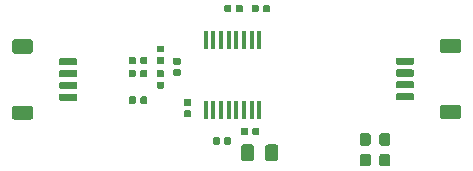
<source format=gtp>
G04 #@! TF.GenerationSoftware,KiCad,Pcbnew,(5.1.5-0)*
G04 #@! TF.CreationDate,2022-03-30T10:24:23-06:00*
G04 #@! TF.ProjectId,two-wire-single,74776f2d-7769-4726-952d-73696e676c65,rev?*
G04 #@! TF.SameCoordinates,Original*
G04 #@! TF.FileFunction,Paste,Top*
G04 #@! TF.FilePolarity,Positive*
%FSLAX46Y46*%
G04 Gerber Fmt 4.6, Leading zero omitted, Abs format (unit mm)*
G04 Created by KiCad (PCBNEW (5.1.5-0)) date 2022-03-30 10:24:23*
%MOMM*%
%LPD*%
G04 APERTURE LIST*
%ADD10C,0.100000*%
%ADD11R,0.450000X1.500000*%
G04 APERTURE END LIST*
D10*
G36*
X138299505Y-87101204D02*
G01*
X138323773Y-87104804D01*
X138347572Y-87110765D01*
X138370671Y-87119030D01*
X138392850Y-87129520D01*
X138413893Y-87142132D01*
X138433599Y-87156747D01*
X138451777Y-87173223D01*
X138468253Y-87191401D01*
X138482868Y-87211107D01*
X138495480Y-87232150D01*
X138505970Y-87254329D01*
X138514235Y-87277428D01*
X138520196Y-87301227D01*
X138523796Y-87325495D01*
X138525000Y-87349999D01*
X138525000Y-88050001D01*
X138523796Y-88074505D01*
X138520196Y-88098773D01*
X138514235Y-88122572D01*
X138505970Y-88145671D01*
X138495480Y-88167850D01*
X138482868Y-88188893D01*
X138468253Y-88208599D01*
X138451777Y-88226777D01*
X138433599Y-88243253D01*
X138413893Y-88257868D01*
X138392850Y-88270480D01*
X138370671Y-88280970D01*
X138347572Y-88289235D01*
X138323773Y-88295196D01*
X138299505Y-88298796D01*
X138275001Y-88300000D01*
X136974999Y-88300000D01*
X136950495Y-88298796D01*
X136926227Y-88295196D01*
X136902428Y-88289235D01*
X136879329Y-88280970D01*
X136857150Y-88270480D01*
X136836107Y-88257868D01*
X136816401Y-88243253D01*
X136798223Y-88226777D01*
X136781747Y-88208599D01*
X136767132Y-88188893D01*
X136754520Y-88167850D01*
X136744030Y-88145671D01*
X136735765Y-88122572D01*
X136729804Y-88098773D01*
X136726204Y-88074505D01*
X136725000Y-88050001D01*
X136725000Y-87349999D01*
X136726204Y-87325495D01*
X136729804Y-87301227D01*
X136735765Y-87277428D01*
X136744030Y-87254329D01*
X136754520Y-87232150D01*
X136767132Y-87211107D01*
X136781747Y-87191401D01*
X136798223Y-87173223D01*
X136816401Y-87156747D01*
X136836107Y-87142132D01*
X136857150Y-87129520D01*
X136879329Y-87119030D01*
X136902428Y-87110765D01*
X136926227Y-87104804D01*
X136950495Y-87101204D01*
X136974999Y-87100000D01*
X138275001Y-87100000D01*
X138299505Y-87101204D01*
G37*
G36*
X138299505Y-92701204D02*
G01*
X138323773Y-92704804D01*
X138347572Y-92710765D01*
X138370671Y-92719030D01*
X138392850Y-92729520D01*
X138413893Y-92742132D01*
X138433599Y-92756747D01*
X138451777Y-92773223D01*
X138468253Y-92791401D01*
X138482868Y-92811107D01*
X138495480Y-92832150D01*
X138505970Y-92854329D01*
X138514235Y-92877428D01*
X138520196Y-92901227D01*
X138523796Y-92925495D01*
X138525000Y-92949999D01*
X138525000Y-93650001D01*
X138523796Y-93674505D01*
X138520196Y-93698773D01*
X138514235Y-93722572D01*
X138505970Y-93745671D01*
X138495480Y-93767850D01*
X138482868Y-93788893D01*
X138468253Y-93808599D01*
X138451777Y-93826777D01*
X138433599Y-93843253D01*
X138413893Y-93857868D01*
X138392850Y-93870480D01*
X138370671Y-93880970D01*
X138347572Y-93889235D01*
X138323773Y-93895196D01*
X138299505Y-93898796D01*
X138275001Y-93900000D01*
X136974999Y-93900000D01*
X136950495Y-93898796D01*
X136926227Y-93895196D01*
X136902428Y-93889235D01*
X136879329Y-93880970D01*
X136857150Y-93870480D01*
X136836107Y-93857868D01*
X136816401Y-93843253D01*
X136798223Y-93826777D01*
X136781747Y-93808599D01*
X136767132Y-93788893D01*
X136754520Y-93767850D01*
X136744030Y-93745671D01*
X136735765Y-93722572D01*
X136729804Y-93698773D01*
X136726204Y-93674505D01*
X136725000Y-93650001D01*
X136725000Y-92949999D01*
X136726204Y-92925495D01*
X136729804Y-92901227D01*
X136735765Y-92877428D01*
X136744030Y-92854329D01*
X136754520Y-92832150D01*
X136767132Y-92811107D01*
X136781747Y-92791401D01*
X136798223Y-92773223D01*
X136816401Y-92756747D01*
X136836107Y-92742132D01*
X136857150Y-92729520D01*
X136879329Y-92719030D01*
X136902428Y-92710765D01*
X136926227Y-92704804D01*
X136950495Y-92701204D01*
X136974999Y-92700000D01*
X138275001Y-92700000D01*
X138299505Y-92701204D01*
G37*
G36*
X134389703Y-88700722D02*
G01*
X134404264Y-88702882D01*
X134418543Y-88706459D01*
X134432403Y-88711418D01*
X134445710Y-88717712D01*
X134458336Y-88725280D01*
X134470159Y-88734048D01*
X134481066Y-88743934D01*
X134490952Y-88754841D01*
X134499720Y-88766664D01*
X134507288Y-88779290D01*
X134513582Y-88792597D01*
X134518541Y-88806457D01*
X134522118Y-88820736D01*
X134524278Y-88835297D01*
X134525000Y-88850000D01*
X134525000Y-89150000D01*
X134524278Y-89164703D01*
X134522118Y-89179264D01*
X134518541Y-89193543D01*
X134513582Y-89207403D01*
X134507288Y-89220710D01*
X134499720Y-89233336D01*
X134490952Y-89245159D01*
X134481066Y-89256066D01*
X134470159Y-89265952D01*
X134458336Y-89274720D01*
X134445710Y-89282288D01*
X134432403Y-89288582D01*
X134418543Y-89293541D01*
X134404264Y-89297118D01*
X134389703Y-89299278D01*
X134375000Y-89300000D01*
X133125000Y-89300000D01*
X133110297Y-89299278D01*
X133095736Y-89297118D01*
X133081457Y-89293541D01*
X133067597Y-89288582D01*
X133054290Y-89282288D01*
X133041664Y-89274720D01*
X133029841Y-89265952D01*
X133018934Y-89256066D01*
X133009048Y-89245159D01*
X133000280Y-89233336D01*
X132992712Y-89220710D01*
X132986418Y-89207403D01*
X132981459Y-89193543D01*
X132977882Y-89179264D01*
X132975722Y-89164703D01*
X132975000Y-89150000D01*
X132975000Y-88850000D01*
X132975722Y-88835297D01*
X132977882Y-88820736D01*
X132981459Y-88806457D01*
X132986418Y-88792597D01*
X132992712Y-88779290D01*
X133000280Y-88766664D01*
X133009048Y-88754841D01*
X133018934Y-88743934D01*
X133029841Y-88734048D01*
X133041664Y-88725280D01*
X133054290Y-88717712D01*
X133067597Y-88711418D01*
X133081457Y-88706459D01*
X133095736Y-88702882D01*
X133110297Y-88700722D01*
X133125000Y-88700000D01*
X134375000Y-88700000D01*
X134389703Y-88700722D01*
G37*
G36*
X134389703Y-89700722D02*
G01*
X134404264Y-89702882D01*
X134418543Y-89706459D01*
X134432403Y-89711418D01*
X134445710Y-89717712D01*
X134458336Y-89725280D01*
X134470159Y-89734048D01*
X134481066Y-89743934D01*
X134490952Y-89754841D01*
X134499720Y-89766664D01*
X134507288Y-89779290D01*
X134513582Y-89792597D01*
X134518541Y-89806457D01*
X134522118Y-89820736D01*
X134524278Y-89835297D01*
X134525000Y-89850000D01*
X134525000Y-90150000D01*
X134524278Y-90164703D01*
X134522118Y-90179264D01*
X134518541Y-90193543D01*
X134513582Y-90207403D01*
X134507288Y-90220710D01*
X134499720Y-90233336D01*
X134490952Y-90245159D01*
X134481066Y-90256066D01*
X134470159Y-90265952D01*
X134458336Y-90274720D01*
X134445710Y-90282288D01*
X134432403Y-90288582D01*
X134418543Y-90293541D01*
X134404264Y-90297118D01*
X134389703Y-90299278D01*
X134375000Y-90300000D01*
X133125000Y-90300000D01*
X133110297Y-90299278D01*
X133095736Y-90297118D01*
X133081457Y-90293541D01*
X133067597Y-90288582D01*
X133054290Y-90282288D01*
X133041664Y-90274720D01*
X133029841Y-90265952D01*
X133018934Y-90256066D01*
X133009048Y-90245159D01*
X133000280Y-90233336D01*
X132992712Y-90220710D01*
X132986418Y-90207403D01*
X132981459Y-90193543D01*
X132977882Y-90179264D01*
X132975722Y-90164703D01*
X132975000Y-90150000D01*
X132975000Y-89850000D01*
X132975722Y-89835297D01*
X132977882Y-89820736D01*
X132981459Y-89806457D01*
X132986418Y-89792597D01*
X132992712Y-89779290D01*
X133000280Y-89766664D01*
X133009048Y-89754841D01*
X133018934Y-89743934D01*
X133029841Y-89734048D01*
X133041664Y-89725280D01*
X133054290Y-89717712D01*
X133067597Y-89711418D01*
X133081457Y-89706459D01*
X133095736Y-89702882D01*
X133110297Y-89700722D01*
X133125000Y-89700000D01*
X134375000Y-89700000D01*
X134389703Y-89700722D01*
G37*
G36*
X134389703Y-90700722D02*
G01*
X134404264Y-90702882D01*
X134418543Y-90706459D01*
X134432403Y-90711418D01*
X134445710Y-90717712D01*
X134458336Y-90725280D01*
X134470159Y-90734048D01*
X134481066Y-90743934D01*
X134490952Y-90754841D01*
X134499720Y-90766664D01*
X134507288Y-90779290D01*
X134513582Y-90792597D01*
X134518541Y-90806457D01*
X134522118Y-90820736D01*
X134524278Y-90835297D01*
X134525000Y-90850000D01*
X134525000Y-91150000D01*
X134524278Y-91164703D01*
X134522118Y-91179264D01*
X134518541Y-91193543D01*
X134513582Y-91207403D01*
X134507288Y-91220710D01*
X134499720Y-91233336D01*
X134490952Y-91245159D01*
X134481066Y-91256066D01*
X134470159Y-91265952D01*
X134458336Y-91274720D01*
X134445710Y-91282288D01*
X134432403Y-91288582D01*
X134418543Y-91293541D01*
X134404264Y-91297118D01*
X134389703Y-91299278D01*
X134375000Y-91300000D01*
X133125000Y-91300000D01*
X133110297Y-91299278D01*
X133095736Y-91297118D01*
X133081457Y-91293541D01*
X133067597Y-91288582D01*
X133054290Y-91282288D01*
X133041664Y-91274720D01*
X133029841Y-91265952D01*
X133018934Y-91256066D01*
X133009048Y-91245159D01*
X133000280Y-91233336D01*
X132992712Y-91220710D01*
X132986418Y-91207403D01*
X132981459Y-91193543D01*
X132977882Y-91179264D01*
X132975722Y-91164703D01*
X132975000Y-91150000D01*
X132975000Y-90850000D01*
X132975722Y-90835297D01*
X132977882Y-90820736D01*
X132981459Y-90806457D01*
X132986418Y-90792597D01*
X132992712Y-90779290D01*
X133000280Y-90766664D01*
X133009048Y-90754841D01*
X133018934Y-90743934D01*
X133029841Y-90734048D01*
X133041664Y-90725280D01*
X133054290Y-90717712D01*
X133067597Y-90711418D01*
X133081457Y-90706459D01*
X133095736Y-90702882D01*
X133110297Y-90700722D01*
X133125000Y-90700000D01*
X134375000Y-90700000D01*
X134389703Y-90700722D01*
G37*
G36*
X134389703Y-91700722D02*
G01*
X134404264Y-91702882D01*
X134418543Y-91706459D01*
X134432403Y-91711418D01*
X134445710Y-91717712D01*
X134458336Y-91725280D01*
X134470159Y-91734048D01*
X134481066Y-91743934D01*
X134490952Y-91754841D01*
X134499720Y-91766664D01*
X134507288Y-91779290D01*
X134513582Y-91792597D01*
X134518541Y-91806457D01*
X134522118Y-91820736D01*
X134524278Y-91835297D01*
X134525000Y-91850000D01*
X134525000Y-92150000D01*
X134524278Y-92164703D01*
X134522118Y-92179264D01*
X134518541Y-92193543D01*
X134513582Y-92207403D01*
X134507288Y-92220710D01*
X134499720Y-92233336D01*
X134490952Y-92245159D01*
X134481066Y-92256066D01*
X134470159Y-92265952D01*
X134458336Y-92274720D01*
X134445710Y-92282288D01*
X134432403Y-92288582D01*
X134418543Y-92293541D01*
X134404264Y-92297118D01*
X134389703Y-92299278D01*
X134375000Y-92300000D01*
X133125000Y-92300000D01*
X133110297Y-92299278D01*
X133095736Y-92297118D01*
X133081457Y-92293541D01*
X133067597Y-92288582D01*
X133054290Y-92282288D01*
X133041664Y-92274720D01*
X133029841Y-92265952D01*
X133018934Y-92256066D01*
X133009048Y-92245159D01*
X133000280Y-92233336D01*
X132992712Y-92220710D01*
X132986418Y-92207403D01*
X132981459Y-92193543D01*
X132977882Y-92179264D01*
X132975722Y-92164703D01*
X132975000Y-92150000D01*
X132975000Y-91850000D01*
X132975722Y-91835297D01*
X132977882Y-91820736D01*
X132981459Y-91806457D01*
X132986418Y-91792597D01*
X132992712Y-91779290D01*
X133000280Y-91766664D01*
X133009048Y-91754841D01*
X133018934Y-91743934D01*
X133029841Y-91734048D01*
X133041664Y-91725280D01*
X133054290Y-91717712D01*
X133067597Y-91711418D01*
X133081457Y-91706459D01*
X133095736Y-91702882D01*
X133110297Y-91700722D01*
X133125000Y-91700000D01*
X134375000Y-91700000D01*
X134389703Y-91700722D01*
G37*
G36*
X130660779Y-95101144D02*
G01*
X130683834Y-95104563D01*
X130706443Y-95110227D01*
X130728387Y-95118079D01*
X130749457Y-95128044D01*
X130769448Y-95140026D01*
X130788168Y-95153910D01*
X130805438Y-95169562D01*
X130821090Y-95186832D01*
X130834974Y-95205552D01*
X130846956Y-95225543D01*
X130856921Y-95246613D01*
X130864773Y-95268557D01*
X130870437Y-95291166D01*
X130873856Y-95314221D01*
X130875000Y-95337500D01*
X130875000Y-95912500D01*
X130873856Y-95935779D01*
X130870437Y-95958834D01*
X130864773Y-95981443D01*
X130856921Y-96003387D01*
X130846956Y-96024457D01*
X130834974Y-96044448D01*
X130821090Y-96063168D01*
X130805438Y-96080438D01*
X130788168Y-96096090D01*
X130769448Y-96109974D01*
X130749457Y-96121956D01*
X130728387Y-96131921D01*
X130706443Y-96139773D01*
X130683834Y-96145437D01*
X130660779Y-96148856D01*
X130637500Y-96150000D01*
X130162500Y-96150000D01*
X130139221Y-96148856D01*
X130116166Y-96145437D01*
X130093557Y-96139773D01*
X130071613Y-96131921D01*
X130050543Y-96121956D01*
X130030552Y-96109974D01*
X130011832Y-96096090D01*
X129994562Y-96080438D01*
X129978910Y-96063168D01*
X129965026Y-96044448D01*
X129953044Y-96024457D01*
X129943079Y-96003387D01*
X129935227Y-95981443D01*
X129929563Y-95958834D01*
X129926144Y-95935779D01*
X129925000Y-95912500D01*
X129925000Y-95337500D01*
X129926144Y-95314221D01*
X129929563Y-95291166D01*
X129935227Y-95268557D01*
X129943079Y-95246613D01*
X129953044Y-95225543D01*
X129965026Y-95205552D01*
X129978910Y-95186832D01*
X129994562Y-95169562D01*
X130011832Y-95153910D01*
X130030552Y-95140026D01*
X130050543Y-95128044D01*
X130071613Y-95118079D01*
X130093557Y-95110227D01*
X130116166Y-95104563D01*
X130139221Y-95101144D01*
X130162500Y-95100000D01*
X130637500Y-95100000D01*
X130660779Y-95101144D01*
G37*
G36*
X130660779Y-96851144D02*
G01*
X130683834Y-96854563D01*
X130706443Y-96860227D01*
X130728387Y-96868079D01*
X130749457Y-96878044D01*
X130769448Y-96890026D01*
X130788168Y-96903910D01*
X130805438Y-96919562D01*
X130821090Y-96936832D01*
X130834974Y-96955552D01*
X130846956Y-96975543D01*
X130856921Y-96996613D01*
X130864773Y-97018557D01*
X130870437Y-97041166D01*
X130873856Y-97064221D01*
X130875000Y-97087500D01*
X130875000Y-97662500D01*
X130873856Y-97685779D01*
X130870437Y-97708834D01*
X130864773Y-97731443D01*
X130856921Y-97753387D01*
X130846956Y-97774457D01*
X130834974Y-97794448D01*
X130821090Y-97813168D01*
X130805438Y-97830438D01*
X130788168Y-97846090D01*
X130769448Y-97859974D01*
X130749457Y-97871956D01*
X130728387Y-97881921D01*
X130706443Y-97889773D01*
X130683834Y-97895437D01*
X130660779Y-97898856D01*
X130637500Y-97900000D01*
X130162500Y-97900000D01*
X130139221Y-97898856D01*
X130116166Y-97895437D01*
X130093557Y-97889773D01*
X130071613Y-97881921D01*
X130050543Y-97871956D01*
X130030552Y-97859974D01*
X130011832Y-97846090D01*
X129994562Y-97830438D01*
X129978910Y-97813168D01*
X129965026Y-97794448D01*
X129953044Y-97774457D01*
X129943079Y-97753387D01*
X129935227Y-97731443D01*
X129929563Y-97708834D01*
X129926144Y-97685779D01*
X129925000Y-97662500D01*
X129925000Y-97087500D01*
X129926144Y-97064221D01*
X129929563Y-97041166D01*
X129935227Y-97018557D01*
X129943079Y-96996613D01*
X129953044Y-96975543D01*
X129965026Y-96955552D01*
X129978910Y-96936832D01*
X129994562Y-96919562D01*
X130011832Y-96903910D01*
X130030552Y-96890026D01*
X130050543Y-96878044D01*
X130071613Y-96868079D01*
X130093557Y-96860227D01*
X130116166Y-96854563D01*
X130139221Y-96851144D01*
X130162500Y-96850000D01*
X130637500Y-96850000D01*
X130660779Y-96851144D01*
G37*
G36*
X132310779Y-95101144D02*
G01*
X132333834Y-95104563D01*
X132356443Y-95110227D01*
X132378387Y-95118079D01*
X132399457Y-95128044D01*
X132419448Y-95140026D01*
X132438168Y-95153910D01*
X132455438Y-95169562D01*
X132471090Y-95186832D01*
X132484974Y-95205552D01*
X132496956Y-95225543D01*
X132506921Y-95246613D01*
X132514773Y-95268557D01*
X132520437Y-95291166D01*
X132523856Y-95314221D01*
X132525000Y-95337500D01*
X132525000Y-95912500D01*
X132523856Y-95935779D01*
X132520437Y-95958834D01*
X132514773Y-95981443D01*
X132506921Y-96003387D01*
X132496956Y-96024457D01*
X132484974Y-96044448D01*
X132471090Y-96063168D01*
X132455438Y-96080438D01*
X132438168Y-96096090D01*
X132419448Y-96109974D01*
X132399457Y-96121956D01*
X132378387Y-96131921D01*
X132356443Y-96139773D01*
X132333834Y-96145437D01*
X132310779Y-96148856D01*
X132287500Y-96150000D01*
X131812500Y-96150000D01*
X131789221Y-96148856D01*
X131766166Y-96145437D01*
X131743557Y-96139773D01*
X131721613Y-96131921D01*
X131700543Y-96121956D01*
X131680552Y-96109974D01*
X131661832Y-96096090D01*
X131644562Y-96080438D01*
X131628910Y-96063168D01*
X131615026Y-96044448D01*
X131603044Y-96024457D01*
X131593079Y-96003387D01*
X131585227Y-95981443D01*
X131579563Y-95958834D01*
X131576144Y-95935779D01*
X131575000Y-95912500D01*
X131575000Y-95337500D01*
X131576144Y-95314221D01*
X131579563Y-95291166D01*
X131585227Y-95268557D01*
X131593079Y-95246613D01*
X131603044Y-95225543D01*
X131615026Y-95205552D01*
X131628910Y-95186832D01*
X131644562Y-95169562D01*
X131661832Y-95153910D01*
X131680552Y-95140026D01*
X131700543Y-95128044D01*
X131721613Y-95118079D01*
X131743557Y-95110227D01*
X131766166Y-95104563D01*
X131789221Y-95101144D01*
X131812500Y-95100000D01*
X132287500Y-95100000D01*
X132310779Y-95101144D01*
G37*
G36*
X132310779Y-96851144D02*
G01*
X132333834Y-96854563D01*
X132356443Y-96860227D01*
X132378387Y-96868079D01*
X132399457Y-96878044D01*
X132419448Y-96890026D01*
X132438168Y-96903910D01*
X132455438Y-96919562D01*
X132471090Y-96936832D01*
X132484974Y-96955552D01*
X132496956Y-96975543D01*
X132506921Y-96996613D01*
X132514773Y-97018557D01*
X132520437Y-97041166D01*
X132523856Y-97064221D01*
X132525000Y-97087500D01*
X132525000Y-97662500D01*
X132523856Y-97685779D01*
X132520437Y-97708834D01*
X132514773Y-97731443D01*
X132506921Y-97753387D01*
X132496956Y-97774457D01*
X132484974Y-97794448D01*
X132471090Y-97813168D01*
X132455438Y-97830438D01*
X132438168Y-97846090D01*
X132419448Y-97859974D01*
X132399457Y-97871956D01*
X132378387Y-97881921D01*
X132356443Y-97889773D01*
X132333834Y-97895437D01*
X132310779Y-97898856D01*
X132287500Y-97900000D01*
X131812500Y-97900000D01*
X131789221Y-97898856D01*
X131766166Y-97895437D01*
X131743557Y-97889773D01*
X131721613Y-97881921D01*
X131700543Y-97871956D01*
X131680552Y-97859974D01*
X131661832Y-97846090D01*
X131644562Y-97830438D01*
X131628910Y-97813168D01*
X131615026Y-97794448D01*
X131603044Y-97774457D01*
X131593079Y-97753387D01*
X131585227Y-97731443D01*
X131579563Y-97708834D01*
X131576144Y-97685779D01*
X131575000Y-97662500D01*
X131575000Y-97087500D01*
X131576144Y-97064221D01*
X131579563Y-97041166D01*
X131585227Y-97018557D01*
X131593079Y-96996613D01*
X131603044Y-96975543D01*
X131615026Y-96955552D01*
X131628910Y-96936832D01*
X131644562Y-96919562D01*
X131661832Y-96903910D01*
X131680552Y-96890026D01*
X131700543Y-96878044D01*
X131721613Y-96868079D01*
X131743557Y-96860227D01*
X131766166Y-96854563D01*
X131789221Y-96851144D01*
X131812500Y-96850000D01*
X132287500Y-96850000D01*
X132310779Y-96851144D01*
G37*
G36*
X121226958Y-84230710D02*
G01*
X121241276Y-84232834D01*
X121255317Y-84236351D01*
X121268946Y-84241228D01*
X121282031Y-84247417D01*
X121294447Y-84254858D01*
X121306073Y-84263481D01*
X121316798Y-84273202D01*
X121326519Y-84283927D01*
X121335142Y-84295553D01*
X121342583Y-84307969D01*
X121348772Y-84321054D01*
X121353649Y-84334683D01*
X121357166Y-84348724D01*
X121359290Y-84363042D01*
X121360000Y-84377500D01*
X121360000Y-84722500D01*
X121359290Y-84736958D01*
X121357166Y-84751276D01*
X121353649Y-84765317D01*
X121348772Y-84778946D01*
X121342583Y-84792031D01*
X121335142Y-84804447D01*
X121326519Y-84816073D01*
X121316798Y-84826798D01*
X121306073Y-84836519D01*
X121294447Y-84845142D01*
X121282031Y-84852583D01*
X121268946Y-84858772D01*
X121255317Y-84863649D01*
X121241276Y-84867166D01*
X121226958Y-84869290D01*
X121212500Y-84870000D01*
X120917500Y-84870000D01*
X120903042Y-84869290D01*
X120888724Y-84867166D01*
X120874683Y-84863649D01*
X120861054Y-84858772D01*
X120847969Y-84852583D01*
X120835553Y-84845142D01*
X120823927Y-84836519D01*
X120813202Y-84826798D01*
X120803481Y-84816073D01*
X120794858Y-84804447D01*
X120787417Y-84792031D01*
X120781228Y-84778946D01*
X120776351Y-84765317D01*
X120772834Y-84751276D01*
X120770710Y-84736958D01*
X120770000Y-84722500D01*
X120770000Y-84377500D01*
X120770710Y-84363042D01*
X120772834Y-84348724D01*
X120776351Y-84334683D01*
X120781228Y-84321054D01*
X120787417Y-84307969D01*
X120794858Y-84295553D01*
X120803481Y-84283927D01*
X120813202Y-84273202D01*
X120823927Y-84263481D01*
X120835553Y-84254858D01*
X120847969Y-84247417D01*
X120861054Y-84241228D01*
X120874683Y-84236351D01*
X120888724Y-84232834D01*
X120903042Y-84230710D01*
X120917500Y-84230000D01*
X121212500Y-84230000D01*
X121226958Y-84230710D01*
G37*
G36*
X122196958Y-84230710D02*
G01*
X122211276Y-84232834D01*
X122225317Y-84236351D01*
X122238946Y-84241228D01*
X122252031Y-84247417D01*
X122264447Y-84254858D01*
X122276073Y-84263481D01*
X122286798Y-84273202D01*
X122296519Y-84283927D01*
X122305142Y-84295553D01*
X122312583Y-84307969D01*
X122318772Y-84321054D01*
X122323649Y-84334683D01*
X122327166Y-84348724D01*
X122329290Y-84363042D01*
X122330000Y-84377500D01*
X122330000Y-84722500D01*
X122329290Y-84736958D01*
X122327166Y-84751276D01*
X122323649Y-84765317D01*
X122318772Y-84778946D01*
X122312583Y-84792031D01*
X122305142Y-84804447D01*
X122296519Y-84816073D01*
X122286798Y-84826798D01*
X122276073Y-84836519D01*
X122264447Y-84845142D01*
X122252031Y-84852583D01*
X122238946Y-84858772D01*
X122225317Y-84863649D01*
X122211276Y-84867166D01*
X122196958Y-84869290D01*
X122182500Y-84870000D01*
X121887500Y-84870000D01*
X121873042Y-84869290D01*
X121858724Y-84867166D01*
X121844683Y-84863649D01*
X121831054Y-84858772D01*
X121817969Y-84852583D01*
X121805553Y-84845142D01*
X121793927Y-84836519D01*
X121783202Y-84826798D01*
X121773481Y-84816073D01*
X121764858Y-84804447D01*
X121757417Y-84792031D01*
X121751228Y-84778946D01*
X121746351Y-84765317D01*
X121742834Y-84751276D01*
X121740710Y-84736958D01*
X121740000Y-84722500D01*
X121740000Y-84377500D01*
X121740710Y-84363042D01*
X121742834Y-84348724D01*
X121746351Y-84334683D01*
X121751228Y-84321054D01*
X121757417Y-84307969D01*
X121764858Y-84295553D01*
X121773481Y-84283927D01*
X121783202Y-84273202D01*
X121793927Y-84263481D01*
X121805553Y-84254858D01*
X121817969Y-84247417D01*
X121831054Y-84241228D01*
X121844683Y-84236351D01*
X121858724Y-84232834D01*
X121873042Y-84230710D01*
X121887500Y-84230000D01*
X122182500Y-84230000D01*
X122196958Y-84230710D01*
G37*
G36*
X110826958Y-89730710D02*
G01*
X110841276Y-89732834D01*
X110855317Y-89736351D01*
X110868946Y-89741228D01*
X110882031Y-89747417D01*
X110894447Y-89754858D01*
X110906073Y-89763481D01*
X110916798Y-89773202D01*
X110926519Y-89783927D01*
X110935142Y-89795553D01*
X110942583Y-89807969D01*
X110948772Y-89821054D01*
X110953649Y-89834683D01*
X110957166Y-89848724D01*
X110959290Y-89863042D01*
X110960000Y-89877500D01*
X110960000Y-90222500D01*
X110959290Y-90236958D01*
X110957166Y-90251276D01*
X110953649Y-90265317D01*
X110948772Y-90278946D01*
X110942583Y-90292031D01*
X110935142Y-90304447D01*
X110926519Y-90316073D01*
X110916798Y-90326798D01*
X110906073Y-90336519D01*
X110894447Y-90345142D01*
X110882031Y-90352583D01*
X110868946Y-90358772D01*
X110855317Y-90363649D01*
X110841276Y-90367166D01*
X110826958Y-90369290D01*
X110812500Y-90370000D01*
X110517500Y-90370000D01*
X110503042Y-90369290D01*
X110488724Y-90367166D01*
X110474683Y-90363649D01*
X110461054Y-90358772D01*
X110447969Y-90352583D01*
X110435553Y-90345142D01*
X110423927Y-90336519D01*
X110413202Y-90326798D01*
X110403481Y-90316073D01*
X110394858Y-90304447D01*
X110387417Y-90292031D01*
X110381228Y-90278946D01*
X110376351Y-90265317D01*
X110372834Y-90251276D01*
X110370710Y-90236958D01*
X110370000Y-90222500D01*
X110370000Y-89877500D01*
X110370710Y-89863042D01*
X110372834Y-89848724D01*
X110376351Y-89834683D01*
X110381228Y-89821054D01*
X110387417Y-89807969D01*
X110394858Y-89795553D01*
X110403481Y-89783927D01*
X110413202Y-89773202D01*
X110423927Y-89763481D01*
X110435553Y-89754858D01*
X110447969Y-89747417D01*
X110461054Y-89741228D01*
X110474683Y-89736351D01*
X110488724Y-89732834D01*
X110503042Y-89730710D01*
X110517500Y-89730000D01*
X110812500Y-89730000D01*
X110826958Y-89730710D01*
G37*
G36*
X111796958Y-89730710D02*
G01*
X111811276Y-89732834D01*
X111825317Y-89736351D01*
X111838946Y-89741228D01*
X111852031Y-89747417D01*
X111864447Y-89754858D01*
X111876073Y-89763481D01*
X111886798Y-89773202D01*
X111896519Y-89783927D01*
X111905142Y-89795553D01*
X111912583Y-89807969D01*
X111918772Y-89821054D01*
X111923649Y-89834683D01*
X111927166Y-89848724D01*
X111929290Y-89863042D01*
X111930000Y-89877500D01*
X111930000Y-90222500D01*
X111929290Y-90236958D01*
X111927166Y-90251276D01*
X111923649Y-90265317D01*
X111918772Y-90278946D01*
X111912583Y-90292031D01*
X111905142Y-90304447D01*
X111896519Y-90316073D01*
X111886798Y-90326798D01*
X111876073Y-90336519D01*
X111864447Y-90345142D01*
X111852031Y-90352583D01*
X111838946Y-90358772D01*
X111825317Y-90363649D01*
X111811276Y-90367166D01*
X111796958Y-90369290D01*
X111782500Y-90370000D01*
X111487500Y-90370000D01*
X111473042Y-90369290D01*
X111458724Y-90367166D01*
X111444683Y-90363649D01*
X111431054Y-90358772D01*
X111417969Y-90352583D01*
X111405553Y-90345142D01*
X111393927Y-90336519D01*
X111383202Y-90326798D01*
X111373481Y-90316073D01*
X111364858Y-90304447D01*
X111357417Y-90292031D01*
X111351228Y-90278946D01*
X111346351Y-90265317D01*
X111342834Y-90251276D01*
X111340710Y-90236958D01*
X111340000Y-90222500D01*
X111340000Y-89877500D01*
X111340710Y-89863042D01*
X111342834Y-89848724D01*
X111346351Y-89834683D01*
X111351228Y-89821054D01*
X111357417Y-89807969D01*
X111364858Y-89795553D01*
X111373481Y-89783927D01*
X111383202Y-89773202D01*
X111393927Y-89763481D01*
X111405553Y-89754858D01*
X111417969Y-89747417D01*
X111431054Y-89741228D01*
X111444683Y-89736351D01*
X111458724Y-89732834D01*
X111473042Y-89730710D01*
X111487500Y-89730000D01*
X111782500Y-89730000D01*
X111796958Y-89730710D01*
G37*
G36*
X110841958Y-88630710D02*
G01*
X110856276Y-88632834D01*
X110870317Y-88636351D01*
X110883946Y-88641228D01*
X110897031Y-88647417D01*
X110909447Y-88654858D01*
X110921073Y-88663481D01*
X110931798Y-88673202D01*
X110941519Y-88683927D01*
X110950142Y-88695553D01*
X110957583Y-88707969D01*
X110963772Y-88721054D01*
X110968649Y-88734683D01*
X110972166Y-88748724D01*
X110974290Y-88763042D01*
X110975000Y-88777500D01*
X110975000Y-89122500D01*
X110974290Y-89136958D01*
X110972166Y-89151276D01*
X110968649Y-89165317D01*
X110963772Y-89178946D01*
X110957583Y-89192031D01*
X110950142Y-89204447D01*
X110941519Y-89216073D01*
X110931798Y-89226798D01*
X110921073Y-89236519D01*
X110909447Y-89245142D01*
X110897031Y-89252583D01*
X110883946Y-89258772D01*
X110870317Y-89263649D01*
X110856276Y-89267166D01*
X110841958Y-89269290D01*
X110827500Y-89270000D01*
X110532500Y-89270000D01*
X110518042Y-89269290D01*
X110503724Y-89267166D01*
X110489683Y-89263649D01*
X110476054Y-89258772D01*
X110462969Y-89252583D01*
X110450553Y-89245142D01*
X110438927Y-89236519D01*
X110428202Y-89226798D01*
X110418481Y-89216073D01*
X110409858Y-89204447D01*
X110402417Y-89192031D01*
X110396228Y-89178946D01*
X110391351Y-89165317D01*
X110387834Y-89151276D01*
X110385710Y-89136958D01*
X110385000Y-89122500D01*
X110385000Y-88777500D01*
X110385710Y-88763042D01*
X110387834Y-88748724D01*
X110391351Y-88734683D01*
X110396228Y-88721054D01*
X110402417Y-88707969D01*
X110409858Y-88695553D01*
X110418481Y-88683927D01*
X110428202Y-88673202D01*
X110438927Y-88663481D01*
X110450553Y-88654858D01*
X110462969Y-88647417D01*
X110476054Y-88641228D01*
X110489683Y-88636351D01*
X110503724Y-88632834D01*
X110518042Y-88630710D01*
X110532500Y-88630000D01*
X110827500Y-88630000D01*
X110841958Y-88630710D01*
G37*
G36*
X111811958Y-88630710D02*
G01*
X111826276Y-88632834D01*
X111840317Y-88636351D01*
X111853946Y-88641228D01*
X111867031Y-88647417D01*
X111879447Y-88654858D01*
X111891073Y-88663481D01*
X111901798Y-88673202D01*
X111911519Y-88683927D01*
X111920142Y-88695553D01*
X111927583Y-88707969D01*
X111933772Y-88721054D01*
X111938649Y-88734683D01*
X111942166Y-88748724D01*
X111944290Y-88763042D01*
X111945000Y-88777500D01*
X111945000Y-89122500D01*
X111944290Y-89136958D01*
X111942166Y-89151276D01*
X111938649Y-89165317D01*
X111933772Y-89178946D01*
X111927583Y-89192031D01*
X111920142Y-89204447D01*
X111911519Y-89216073D01*
X111901798Y-89226798D01*
X111891073Y-89236519D01*
X111879447Y-89245142D01*
X111867031Y-89252583D01*
X111853946Y-89258772D01*
X111840317Y-89263649D01*
X111826276Y-89267166D01*
X111811958Y-89269290D01*
X111797500Y-89270000D01*
X111502500Y-89270000D01*
X111488042Y-89269290D01*
X111473724Y-89267166D01*
X111459683Y-89263649D01*
X111446054Y-89258772D01*
X111432969Y-89252583D01*
X111420553Y-89245142D01*
X111408927Y-89236519D01*
X111398202Y-89226798D01*
X111388481Y-89216073D01*
X111379858Y-89204447D01*
X111372417Y-89192031D01*
X111366228Y-89178946D01*
X111361351Y-89165317D01*
X111357834Y-89151276D01*
X111355710Y-89136958D01*
X111355000Y-89122500D01*
X111355000Y-88777500D01*
X111355710Y-88763042D01*
X111357834Y-88748724D01*
X111361351Y-88734683D01*
X111366228Y-88721054D01*
X111372417Y-88707969D01*
X111379858Y-88695553D01*
X111388481Y-88683927D01*
X111398202Y-88673202D01*
X111408927Y-88663481D01*
X111420553Y-88654858D01*
X111432969Y-88647417D01*
X111446054Y-88641228D01*
X111459683Y-88636351D01*
X111473724Y-88632834D01*
X111488042Y-88630710D01*
X111502500Y-88630000D01*
X111797500Y-88630000D01*
X111811958Y-88630710D01*
G37*
G36*
X111814958Y-91980710D02*
G01*
X111829276Y-91982834D01*
X111843317Y-91986351D01*
X111856946Y-91991228D01*
X111870031Y-91997417D01*
X111882447Y-92004858D01*
X111894073Y-92013481D01*
X111904798Y-92023202D01*
X111914519Y-92033927D01*
X111923142Y-92045553D01*
X111930583Y-92057969D01*
X111936772Y-92071054D01*
X111941649Y-92084683D01*
X111945166Y-92098724D01*
X111947290Y-92113042D01*
X111948000Y-92127500D01*
X111948000Y-92472500D01*
X111947290Y-92486958D01*
X111945166Y-92501276D01*
X111941649Y-92515317D01*
X111936772Y-92528946D01*
X111930583Y-92542031D01*
X111923142Y-92554447D01*
X111914519Y-92566073D01*
X111904798Y-92576798D01*
X111894073Y-92586519D01*
X111882447Y-92595142D01*
X111870031Y-92602583D01*
X111856946Y-92608772D01*
X111843317Y-92613649D01*
X111829276Y-92617166D01*
X111814958Y-92619290D01*
X111800500Y-92620000D01*
X111505500Y-92620000D01*
X111491042Y-92619290D01*
X111476724Y-92617166D01*
X111462683Y-92613649D01*
X111449054Y-92608772D01*
X111435969Y-92602583D01*
X111423553Y-92595142D01*
X111411927Y-92586519D01*
X111401202Y-92576798D01*
X111391481Y-92566073D01*
X111382858Y-92554447D01*
X111375417Y-92542031D01*
X111369228Y-92528946D01*
X111364351Y-92515317D01*
X111360834Y-92501276D01*
X111358710Y-92486958D01*
X111358000Y-92472500D01*
X111358000Y-92127500D01*
X111358710Y-92113042D01*
X111360834Y-92098724D01*
X111364351Y-92084683D01*
X111369228Y-92071054D01*
X111375417Y-92057969D01*
X111382858Y-92045553D01*
X111391481Y-92033927D01*
X111401202Y-92023202D01*
X111411927Y-92013481D01*
X111423553Y-92004858D01*
X111435969Y-91997417D01*
X111449054Y-91991228D01*
X111462683Y-91986351D01*
X111476724Y-91982834D01*
X111491042Y-91980710D01*
X111505500Y-91980000D01*
X111800500Y-91980000D01*
X111814958Y-91980710D01*
G37*
G36*
X110844958Y-91980710D02*
G01*
X110859276Y-91982834D01*
X110873317Y-91986351D01*
X110886946Y-91991228D01*
X110900031Y-91997417D01*
X110912447Y-92004858D01*
X110924073Y-92013481D01*
X110934798Y-92023202D01*
X110944519Y-92033927D01*
X110953142Y-92045553D01*
X110960583Y-92057969D01*
X110966772Y-92071054D01*
X110971649Y-92084683D01*
X110975166Y-92098724D01*
X110977290Y-92113042D01*
X110978000Y-92127500D01*
X110978000Y-92472500D01*
X110977290Y-92486958D01*
X110975166Y-92501276D01*
X110971649Y-92515317D01*
X110966772Y-92528946D01*
X110960583Y-92542031D01*
X110953142Y-92554447D01*
X110944519Y-92566073D01*
X110934798Y-92576798D01*
X110924073Y-92586519D01*
X110912447Y-92595142D01*
X110900031Y-92602583D01*
X110886946Y-92608772D01*
X110873317Y-92613649D01*
X110859276Y-92617166D01*
X110844958Y-92619290D01*
X110830500Y-92620000D01*
X110535500Y-92620000D01*
X110521042Y-92619290D01*
X110506724Y-92617166D01*
X110492683Y-92613649D01*
X110479054Y-92608772D01*
X110465969Y-92602583D01*
X110453553Y-92595142D01*
X110441927Y-92586519D01*
X110431202Y-92576798D01*
X110421481Y-92566073D01*
X110412858Y-92554447D01*
X110405417Y-92542031D01*
X110399228Y-92528946D01*
X110394351Y-92515317D01*
X110390834Y-92501276D01*
X110388710Y-92486958D01*
X110388000Y-92472500D01*
X110388000Y-92127500D01*
X110388710Y-92113042D01*
X110390834Y-92098724D01*
X110394351Y-92084683D01*
X110399228Y-92071054D01*
X110405417Y-92057969D01*
X110412858Y-92045553D01*
X110421481Y-92033927D01*
X110431202Y-92023202D01*
X110441927Y-92013481D01*
X110453553Y-92004858D01*
X110465969Y-91997417D01*
X110479054Y-91991228D01*
X110492683Y-91986351D01*
X110506724Y-91982834D01*
X110521042Y-91980710D01*
X110535500Y-91980000D01*
X110830500Y-91980000D01*
X110844958Y-91980710D01*
G37*
G36*
X119896958Y-84230710D02*
G01*
X119911276Y-84232834D01*
X119925317Y-84236351D01*
X119938946Y-84241228D01*
X119952031Y-84247417D01*
X119964447Y-84254858D01*
X119976073Y-84263481D01*
X119986798Y-84273202D01*
X119996519Y-84283927D01*
X120005142Y-84295553D01*
X120012583Y-84307969D01*
X120018772Y-84321054D01*
X120023649Y-84334683D01*
X120027166Y-84348724D01*
X120029290Y-84363042D01*
X120030000Y-84377500D01*
X120030000Y-84722500D01*
X120029290Y-84736958D01*
X120027166Y-84751276D01*
X120023649Y-84765317D01*
X120018772Y-84778946D01*
X120012583Y-84792031D01*
X120005142Y-84804447D01*
X119996519Y-84816073D01*
X119986798Y-84826798D01*
X119976073Y-84836519D01*
X119964447Y-84845142D01*
X119952031Y-84852583D01*
X119938946Y-84858772D01*
X119925317Y-84863649D01*
X119911276Y-84867166D01*
X119896958Y-84869290D01*
X119882500Y-84870000D01*
X119587500Y-84870000D01*
X119573042Y-84869290D01*
X119558724Y-84867166D01*
X119544683Y-84863649D01*
X119531054Y-84858772D01*
X119517969Y-84852583D01*
X119505553Y-84845142D01*
X119493927Y-84836519D01*
X119483202Y-84826798D01*
X119473481Y-84816073D01*
X119464858Y-84804447D01*
X119457417Y-84792031D01*
X119451228Y-84778946D01*
X119446351Y-84765317D01*
X119442834Y-84751276D01*
X119440710Y-84736958D01*
X119440000Y-84722500D01*
X119440000Y-84377500D01*
X119440710Y-84363042D01*
X119442834Y-84348724D01*
X119446351Y-84334683D01*
X119451228Y-84321054D01*
X119457417Y-84307969D01*
X119464858Y-84295553D01*
X119473481Y-84283927D01*
X119483202Y-84273202D01*
X119493927Y-84263481D01*
X119505553Y-84254858D01*
X119517969Y-84247417D01*
X119531054Y-84241228D01*
X119544683Y-84236351D01*
X119558724Y-84232834D01*
X119573042Y-84230710D01*
X119587500Y-84230000D01*
X119882500Y-84230000D01*
X119896958Y-84230710D01*
G37*
G36*
X118926958Y-84230710D02*
G01*
X118941276Y-84232834D01*
X118955317Y-84236351D01*
X118968946Y-84241228D01*
X118982031Y-84247417D01*
X118994447Y-84254858D01*
X119006073Y-84263481D01*
X119016798Y-84273202D01*
X119026519Y-84283927D01*
X119035142Y-84295553D01*
X119042583Y-84307969D01*
X119048772Y-84321054D01*
X119053649Y-84334683D01*
X119057166Y-84348724D01*
X119059290Y-84363042D01*
X119060000Y-84377500D01*
X119060000Y-84722500D01*
X119059290Y-84736958D01*
X119057166Y-84751276D01*
X119053649Y-84765317D01*
X119048772Y-84778946D01*
X119042583Y-84792031D01*
X119035142Y-84804447D01*
X119026519Y-84816073D01*
X119016798Y-84826798D01*
X119006073Y-84836519D01*
X118994447Y-84845142D01*
X118982031Y-84852583D01*
X118968946Y-84858772D01*
X118955317Y-84863649D01*
X118941276Y-84867166D01*
X118926958Y-84869290D01*
X118912500Y-84870000D01*
X118617500Y-84870000D01*
X118603042Y-84869290D01*
X118588724Y-84867166D01*
X118574683Y-84863649D01*
X118561054Y-84858772D01*
X118547969Y-84852583D01*
X118535553Y-84845142D01*
X118523927Y-84836519D01*
X118513202Y-84826798D01*
X118503481Y-84816073D01*
X118494858Y-84804447D01*
X118487417Y-84792031D01*
X118481228Y-84778946D01*
X118476351Y-84765317D01*
X118472834Y-84751276D01*
X118470710Y-84736958D01*
X118470000Y-84722500D01*
X118470000Y-84377500D01*
X118470710Y-84363042D01*
X118472834Y-84348724D01*
X118476351Y-84334683D01*
X118481228Y-84321054D01*
X118487417Y-84307969D01*
X118494858Y-84295553D01*
X118503481Y-84283927D01*
X118513202Y-84273202D01*
X118523927Y-84263481D01*
X118535553Y-84254858D01*
X118547969Y-84247417D01*
X118561054Y-84241228D01*
X118574683Y-84236351D01*
X118588724Y-84232834D01*
X118603042Y-84230710D01*
X118617500Y-84230000D01*
X118912500Y-84230000D01*
X118926958Y-84230710D01*
G37*
G36*
X118911958Y-95430710D02*
G01*
X118926276Y-95432834D01*
X118940317Y-95436351D01*
X118953946Y-95441228D01*
X118967031Y-95447417D01*
X118979447Y-95454858D01*
X118991073Y-95463481D01*
X119001798Y-95473202D01*
X119011519Y-95483927D01*
X119020142Y-95495553D01*
X119027583Y-95507969D01*
X119033772Y-95521054D01*
X119038649Y-95534683D01*
X119042166Y-95548724D01*
X119044290Y-95563042D01*
X119045000Y-95577500D01*
X119045000Y-95922500D01*
X119044290Y-95936958D01*
X119042166Y-95951276D01*
X119038649Y-95965317D01*
X119033772Y-95978946D01*
X119027583Y-95992031D01*
X119020142Y-96004447D01*
X119011519Y-96016073D01*
X119001798Y-96026798D01*
X118991073Y-96036519D01*
X118979447Y-96045142D01*
X118967031Y-96052583D01*
X118953946Y-96058772D01*
X118940317Y-96063649D01*
X118926276Y-96067166D01*
X118911958Y-96069290D01*
X118897500Y-96070000D01*
X118602500Y-96070000D01*
X118588042Y-96069290D01*
X118573724Y-96067166D01*
X118559683Y-96063649D01*
X118546054Y-96058772D01*
X118532969Y-96052583D01*
X118520553Y-96045142D01*
X118508927Y-96036519D01*
X118498202Y-96026798D01*
X118488481Y-96016073D01*
X118479858Y-96004447D01*
X118472417Y-95992031D01*
X118466228Y-95978946D01*
X118461351Y-95965317D01*
X118457834Y-95951276D01*
X118455710Y-95936958D01*
X118455000Y-95922500D01*
X118455000Y-95577500D01*
X118455710Y-95563042D01*
X118457834Y-95548724D01*
X118461351Y-95534683D01*
X118466228Y-95521054D01*
X118472417Y-95507969D01*
X118479858Y-95495553D01*
X118488481Y-95483927D01*
X118498202Y-95473202D01*
X118508927Y-95463481D01*
X118520553Y-95454858D01*
X118532969Y-95447417D01*
X118546054Y-95441228D01*
X118559683Y-95436351D01*
X118573724Y-95432834D01*
X118588042Y-95430710D01*
X118602500Y-95430000D01*
X118897500Y-95430000D01*
X118911958Y-95430710D01*
G37*
G36*
X117941958Y-95430710D02*
G01*
X117956276Y-95432834D01*
X117970317Y-95436351D01*
X117983946Y-95441228D01*
X117997031Y-95447417D01*
X118009447Y-95454858D01*
X118021073Y-95463481D01*
X118031798Y-95473202D01*
X118041519Y-95483927D01*
X118050142Y-95495553D01*
X118057583Y-95507969D01*
X118063772Y-95521054D01*
X118068649Y-95534683D01*
X118072166Y-95548724D01*
X118074290Y-95563042D01*
X118075000Y-95577500D01*
X118075000Y-95922500D01*
X118074290Y-95936958D01*
X118072166Y-95951276D01*
X118068649Y-95965317D01*
X118063772Y-95978946D01*
X118057583Y-95992031D01*
X118050142Y-96004447D01*
X118041519Y-96016073D01*
X118031798Y-96026798D01*
X118021073Y-96036519D01*
X118009447Y-96045142D01*
X117997031Y-96052583D01*
X117983946Y-96058772D01*
X117970317Y-96063649D01*
X117956276Y-96067166D01*
X117941958Y-96069290D01*
X117927500Y-96070000D01*
X117632500Y-96070000D01*
X117618042Y-96069290D01*
X117603724Y-96067166D01*
X117589683Y-96063649D01*
X117576054Y-96058772D01*
X117562969Y-96052583D01*
X117550553Y-96045142D01*
X117538927Y-96036519D01*
X117528202Y-96026798D01*
X117518481Y-96016073D01*
X117509858Y-96004447D01*
X117502417Y-95992031D01*
X117496228Y-95978946D01*
X117491351Y-95965317D01*
X117487834Y-95951276D01*
X117485710Y-95936958D01*
X117485000Y-95922500D01*
X117485000Y-95577500D01*
X117485710Y-95563042D01*
X117487834Y-95548724D01*
X117491351Y-95534683D01*
X117496228Y-95521054D01*
X117502417Y-95507969D01*
X117509858Y-95495553D01*
X117518481Y-95483927D01*
X117528202Y-95473202D01*
X117538927Y-95463481D01*
X117550553Y-95454858D01*
X117562969Y-95447417D01*
X117576054Y-95441228D01*
X117589683Y-95436351D01*
X117603724Y-95432834D01*
X117618042Y-95430710D01*
X117632500Y-95430000D01*
X117927500Y-95430000D01*
X117941958Y-95430710D01*
G37*
G36*
X121296958Y-94630710D02*
G01*
X121311276Y-94632834D01*
X121325317Y-94636351D01*
X121338946Y-94641228D01*
X121352031Y-94647417D01*
X121364447Y-94654858D01*
X121376073Y-94663481D01*
X121386798Y-94673202D01*
X121396519Y-94683927D01*
X121405142Y-94695553D01*
X121412583Y-94707969D01*
X121418772Y-94721054D01*
X121423649Y-94734683D01*
X121427166Y-94748724D01*
X121429290Y-94763042D01*
X121430000Y-94777500D01*
X121430000Y-95122500D01*
X121429290Y-95136958D01*
X121427166Y-95151276D01*
X121423649Y-95165317D01*
X121418772Y-95178946D01*
X121412583Y-95192031D01*
X121405142Y-95204447D01*
X121396519Y-95216073D01*
X121386798Y-95226798D01*
X121376073Y-95236519D01*
X121364447Y-95245142D01*
X121352031Y-95252583D01*
X121338946Y-95258772D01*
X121325317Y-95263649D01*
X121311276Y-95267166D01*
X121296958Y-95269290D01*
X121282500Y-95270000D01*
X120987500Y-95270000D01*
X120973042Y-95269290D01*
X120958724Y-95267166D01*
X120944683Y-95263649D01*
X120931054Y-95258772D01*
X120917969Y-95252583D01*
X120905553Y-95245142D01*
X120893927Y-95236519D01*
X120883202Y-95226798D01*
X120873481Y-95216073D01*
X120864858Y-95204447D01*
X120857417Y-95192031D01*
X120851228Y-95178946D01*
X120846351Y-95165317D01*
X120842834Y-95151276D01*
X120840710Y-95136958D01*
X120840000Y-95122500D01*
X120840000Y-94777500D01*
X120840710Y-94763042D01*
X120842834Y-94748724D01*
X120846351Y-94734683D01*
X120851228Y-94721054D01*
X120857417Y-94707969D01*
X120864858Y-94695553D01*
X120873481Y-94683927D01*
X120883202Y-94673202D01*
X120893927Y-94663481D01*
X120905553Y-94654858D01*
X120917969Y-94647417D01*
X120931054Y-94641228D01*
X120944683Y-94636351D01*
X120958724Y-94632834D01*
X120973042Y-94630710D01*
X120987500Y-94630000D01*
X121282500Y-94630000D01*
X121296958Y-94630710D01*
G37*
G36*
X120326958Y-94630710D02*
G01*
X120341276Y-94632834D01*
X120355317Y-94636351D01*
X120368946Y-94641228D01*
X120382031Y-94647417D01*
X120394447Y-94654858D01*
X120406073Y-94663481D01*
X120416798Y-94673202D01*
X120426519Y-94683927D01*
X120435142Y-94695553D01*
X120442583Y-94707969D01*
X120448772Y-94721054D01*
X120453649Y-94734683D01*
X120457166Y-94748724D01*
X120459290Y-94763042D01*
X120460000Y-94777500D01*
X120460000Y-95122500D01*
X120459290Y-95136958D01*
X120457166Y-95151276D01*
X120453649Y-95165317D01*
X120448772Y-95178946D01*
X120442583Y-95192031D01*
X120435142Y-95204447D01*
X120426519Y-95216073D01*
X120416798Y-95226798D01*
X120406073Y-95236519D01*
X120394447Y-95245142D01*
X120382031Y-95252583D01*
X120368946Y-95258772D01*
X120355317Y-95263649D01*
X120341276Y-95267166D01*
X120326958Y-95269290D01*
X120312500Y-95270000D01*
X120017500Y-95270000D01*
X120003042Y-95269290D01*
X119988724Y-95267166D01*
X119974683Y-95263649D01*
X119961054Y-95258772D01*
X119947969Y-95252583D01*
X119935553Y-95245142D01*
X119923927Y-95236519D01*
X119913202Y-95226798D01*
X119903481Y-95216073D01*
X119894858Y-95204447D01*
X119887417Y-95192031D01*
X119881228Y-95178946D01*
X119876351Y-95165317D01*
X119872834Y-95151276D01*
X119870710Y-95136958D01*
X119870000Y-95122500D01*
X119870000Y-94777500D01*
X119870710Y-94763042D01*
X119872834Y-94748724D01*
X119876351Y-94734683D01*
X119881228Y-94721054D01*
X119887417Y-94707969D01*
X119894858Y-94695553D01*
X119903481Y-94683927D01*
X119913202Y-94673202D01*
X119923927Y-94663481D01*
X119935553Y-94654858D01*
X119947969Y-94647417D01*
X119961054Y-94641228D01*
X119974683Y-94636351D01*
X119988724Y-94632834D01*
X120003042Y-94630710D01*
X120017500Y-94630000D01*
X120312500Y-94630000D01*
X120326958Y-94630710D01*
G37*
G36*
X115536958Y-92195710D02*
G01*
X115551276Y-92197834D01*
X115565317Y-92201351D01*
X115578946Y-92206228D01*
X115592031Y-92212417D01*
X115604447Y-92219858D01*
X115616073Y-92228481D01*
X115626798Y-92238202D01*
X115636519Y-92248927D01*
X115645142Y-92260553D01*
X115652583Y-92272969D01*
X115658772Y-92286054D01*
X115663649Y-92299683D01*
X115667166Y-92313724D01*
X115669290Y-92328042D01*
X115670000Y-92342500D01*
X115670000Y-92637500D01*
X115669290Y-92651958D01*
X115667166Y-92666276D01*
X115663649Y-92680317D01*
X115658772Y-92693946D01*
X115652583Y-92707031D01*
X115645142Y-92719447D01*
X115636519Y-92731073D01*
X115626798Y-92741798D01*
X115616073Y-92751519D01*
X115604447Y-92760142D01*
X115592031Y-92767583D01*
X115578946Y-92773772D01*
X115565317Y-92778649D01*
X115551276Y-92782166D01*
X115536958Y-92784290D01*
X115522500Y-92785000D01*
X115177500Y-92785000D01*
X115163042Y-92784290D01*
X115148724Y-92782166D01*
X115134683Y-92778649D01*
X115121054Y-92773772D01*
X115107969Y-92767583D01*
X115095553Y-92760142D01*
X115083927Y-92751519D01*
X115073202Y-92741798D01*
X115063481Y-92731073D01*
X115054858Y-92719447D01*
X115047417Y-92707031D01*
X115041228Y-92693946D01*
X115036351Y-92680317D01*
X115032834Y-92666276D01*
X115030710Y-92651958D01*
X115030000Y-92637500D01*
X115030000Y-92342500D01*
X115030710Y-92328042D01*
X115032834Y-92313724D01*
X115036351Y-92299683D01*
X115041228Y-92286054D01*
X115047417Y-92272969D01*
X115054858Y-92260553D01*
X115063481Y-92248927D01*
X115073202Y-92238202D01*
X115083927Y-92228481D01*
X115095553Y-92219858D01*
X115107969Y-92212417D01*
X115121054Y-92206228D01*
X115134683Y-92201351D01*
X115148724Y-92197834D01*
X115163042Y-92195710D01*
X115177500Y-92195000D01*
X115522500Y-92195000D01*
X115536958Y-92195710D01*
G37*
G36*
X115536958Y-93165710D02*
G01*
X115551276Y-93167834D01*
X115565317Y-93171351D01*
X115578946Y-93176228D01*
X115592031Y-93182417D01*
X115604447Y-93189858D01*
X115616073Y-93198481D01*
X115626798Y-93208202D01*
X115636519Y-93218927D01*
X115645142Y-93230553D01*
X115652583Y-93242969D01*
X115658772Y-93256054D01*
X115663649Y-93269683D01*
X115667166Y-93283724D01*
X115669290Y-93298042D01*
X115670000Y-93312500D01*
X115670000Y-93607500D01*
X115669290Y-93621958D01*
X115667166Y-93636276D01*
X115663649Y-93650317D01*
X115658772Y-93663946D01*
X115652583Y-93677031D01*
X115645142Y-93689447D01*
X115636519Y-93701073D01*
X115626798Y-93711798D01*
X115616073Y-93721519D01*
X115604447Y-93730142D01*
X115592031Y-93737583D01*
X115578946Y-93743772D01*
X115565317Y-93748649D01*
X115551276Y-93752166D01*
X115536958Y-93754290D01*
X115522500Y-93755000D01*
X115177500Y-93755000D01*
X115163042Y-93754290D01*
X115148724Y-93752166D01*
X115134683Y-93748649D01*
X115121054Y-93743772D01*
X115107969Y-93737583D01*
X115095553Y-93730142D01*
X115083927Y-93721519D01*
X115073202Y-93711798D01*
X115063481Y-93701073D01*
X115054858Y-93689447D01*
X115047417Y-93677031D01*
X115041228Y-93663946D01*
X115036351Y-93650317D01*
X115032834Y-93636276D01*
X115030710Y-93621958D01*
X115030000Y-93607500D01*
X115030000Y-93312500D01*
X115030710Y-93298042D01*
X115032834Y-93283724D01*
X115036351Y-93269683D01*
X115041228Y-93256054D01*
X115047417Y-93242969D01*
X115054858Y-93230553D01*
X115063481Y-93218927D01*
X115073202Y-93208202D01*
X115083927Y-93198481D01*
X115095553Y-93189858D01*
X115107969Y-93182417D01*
X115121054Y-93176228D01*
X115134683Y-93171351D01*
X115148724Y-93167834D01*
X115163042Y-93165710D01*
X115177500Y-93165000D01*
X115522500Y-93165000D01*
X115536958Y-93165710D01*
G37*
G36*
X114636958Y-89665710D02*
G01*
X114651276Y-89667834D01*
X114665317Y-89671351D01*
X114678946Y-89676228D01*
X114692031Y-89682417D01*
X114704447Y-89689858D01*
X114716073Y-89698481D01*
X114726798Y-89708202D01*
X114736519Y-89718927D01*
X114745142Y-89730553D01*
X114752583Y-89742969D01*
X114758772Y-89756054D01*
X114763649Y-89769683D01*
X114767166Y-89783724D01*
X114769290Y-89798042D01*
X114770000Y-89812500D01*
X114770000Y-90107500D01*
X114769290Y-90121958D01*
X114767166Y-90136276D01*
X114763649Y-90150317D01*
X114758772Y-90163946D01*
X114752583Y-90177031D01*
X114745142Y-90189447D01*
X114736519Y-90201073D01*
X114726798Y-90211798D01*
X114716073Y-90221519D01*
X114704447Y-90230142D01*
X114692031Y-90237583D01*
X114678946Y-90243772D01*
X114665317Y-90248649D01*
X114651276Y-90252166D01*
X114636958Y-90254290D01*
X114622500Y-90255000D01*
X114277500Y-90255000D01*
X114263042Y-90254290D01*
X114248724Y-90252166D01*
X114234683Y-90248649D01*
X114221054Y-90243772D01*
X114207969Y-90237583D01*
X114195553Y-90230142D01*
X114183927Y-90221519D01*
X114173202Y-90211798D01*
X114163481Y-90201073D01*
X114154858Y-90189447D01*
X114147417Y-90177031D01*
X114141228Y-90163946D01*
X114136351Y-90150317D01*
X114132834Y-90136276D01*
X114130710Y-90121958D01*
X114130000Y-90107500D01*
X114130000Y-89812500D01*
X114130710Y-89798042D01*
X114132834Y-89783724D01*
X114136351Y-89769683D01*
X114141228Y-89756054D01*
X114147417Y-89742969D01*
X114154858Y-89730553D01*
X114163481Y-89718927D01*
X114173202Y-89708202D01*
X114183927Y-89698481D01*
X114195553Y-89689858D01*
X114207969Y-89682417D01*
X114221054Y-89676228D01*
X114234683Y-89671351D01*
X114248724Y-89667834D01*
X114263042Y-89665710D01*
X114277500Y-89665000D01*
X114622500Y-89665000D01*
X114636958Y-89665710D01*
G37*
G36*
X114636958Y-88695710D02*
G01*
X114651276Y-88697834D01*
X114665317Y-88701351D01*
X114678946Y-88706228D01*
X114692031Y-88712417D01*
X114704447Y-88719858D01*
X114716073Y-88728481D01*
X114726798Y-88738202D01*
X114736519Y-88748927D01*
X114745142Y-88760553D01*
X114752583Y-88772969D01*
X114758772Y-88786054D01*
X114763649Y-88799683D01*
X114767166Y-88813724D01*
X114769290Y-88828042D01*
X114770000Y-88842500D01*
X114770000Y-89137500D01*
X114769290Y-89151958D01*
X114767166Y-89166276D01*
X114763649Y-89180317D01*
X114758772Y-89193946D01*
X114752583Y-89207031D01*
X114745142Y-89219447D01*
X114736519Y-89231073D01*
X114726798Y-89241798D01*
X114716073Y-89251519D01*
X114704447Y-89260142D01*
X114692031Y-89267583D01*
X114678946Y-89273772D01*
X114665317Y-89278649D01*
X114651276Y-89282166D01*
X114636958Y-89284290D01*
X114622500Y-89285000D01*
X114277500Y-89285000D01*
X114263042Y-89284290D01*
X114248724Y-89282166D01*
X114234683Y-89278649D01*
X114221054Y-89273772D01*
X114207969Y-89267583D01*
X114195553Y-89260142D01*
X114183927Y-89251519D01*
X114173202Y-89241798D01*
X114163481Y-89231073D01*
X114154858Y-89219447D01*
X114147417Y-89207031D01*
X114141228Y-89193946D01*
X114136351Y-89180317D01*
X114132834Y-89166276D01*
X114130710Y-89151958D01*
X114130000Y-89137500D01*
X114130000Y-88842500D01*
X114130710Y-88828042D01*
X114132834Y-88813724D01*
X114136351Y-88799683D01*
X114141228Y-88786054D01*
X114147417Y-88772969D01*
X114154858Y-88760553D01*
X114163481Y-88748927D01*
X114173202Y-88738202D01*
X114183927Y-88728481D01*
X114195553Y-88719858D01*
X114207969Y-88712417D01*
X114221054Y-88706228D01*
X114234683Y-88701351D01*
X114248724Y-88697834D01*
X114263042Y-88695710D01*
X114277500Y-88695000D01*
X114622500Y-88695000D01*
X114636958Y-88695710D01*
G37*
G36*
X113236958Y-90725710D02*
G01*
X113251276Y-90727834D01*
X113265317Y-90731351D01*
X113278946Y-90736228D01*
X113292031Y-90742417D01*
X113304447Y-90749858D01*
X113316073Y-90758481D01*
X113326798Y-90768202D01*
X113336519Y-90778927D01*
X113345142Y-90790553D01*
X113352583Y-90802969D01*
X113358772Y-90816054D01*
X113363649Y-90829683D01*
X113367166Y-90843724D01*
X113369290Y-90858042D01*
X113370000Y-90872500D01*
X113370000Y-91167500D01*
X113369290Y-91181958D01*
X113367166Y-91196276D01*
X113363649Y-91210317D01*
X113358772Y-91223946D01*
X113352583Y-91237031D01*
X113345142Y-91249447D01*
X113336519Y-91261073D01*
X113326798Y-91271798D01*
X113316073Y-91281519D01*
X113304447Y-91290142D01*
X113292031Y-91297583D01*
X113278946Y-91303772D01*
X113265317Y-91308649D01*
X113251276Y-91312166D01*
X113236958Y-91314290D01*
X113222500Y-91315000D01*
X112877500Y-91315000D01*
X112863042Y-91314290D01*
X112848724Y-91312166D01*
X112834683Y-91308649D01*
X112821054Y-91303772D01*
X112807969Y-91297583D01*
X112795553Y-91290142D01*
X112783927Y-91281519D01*
X112773202Y-91271798D01*
X112763481Y-91261073D01*
X112754858Y-91249447D01*
X112747417Y-91237031D01*
X112741228Y-91223946D01*
X112736351Y-91210317D01*
X112732834Y-91196276D01*
X112730710Y-91181958D01*
X112730000Y-91167500D01*
X112730000Y-90872500D01*
X112730710Y-90858042D01*
X112732834Y-90843724D01*
X112736351Y-90829683D01*
X112741228Y-90816054D01*
X112747417Y-90802969D01*
X112754858Y-90790553D01*
X112763481Y-90778927D01*
X112773202Y-90768202D01*
X112783927Y-90758481D01*
X112795553Y-90749858D01*
X112807969Y-90742417D01*
X112821054Y-90736228D01*
X112834683Y-90731351D01*
X112848724Y-90727834D01*
X112863042Y-90725710D01*
X112877500Y-90725000D01*
X113222500Y-90725000D01*
X113236958Y-90725710D01*
G37*
G36*
X113236958Y-89755710D02*
G01*
X113251276Y-89757834D01*
X113265317Y-89761351D01*
X113278946Y-89766228D01*
X113292031Y-89772417D01*
X113304447Y-89779858D01*
X113316073Y-89788481D01*
X113326798Y-89798202D01*
X113336519Y-89808927D01*
X113345142Y-89820553D01*
X113352583Y-89832969D01*
X113358772Y-89846054D01*
X113363649Y-89859683D01*
X113367166Y-89873724D01*
X113369290Y-89888042D01*
X113370000Y-89902500D01*
X113370000Y-90197500D01*
X113369290Y-90211958D01*
X113367166Y-90226276D01*
X113363649Y-90240317D01*
X113358772Y-90253946D01*
X113352583Y-90267031D01*
X113345142Y-90279447D01*
X113336519Y-90291073D01*
X113326798Y-90301798D01*
X113316073Y-90311519D01*
X113304447Y-90320142D01*
X113292031Y-90327583D01*
X113278946Y-90333772D01*
X113265317Y-90338649D01*
X113251276Y-90342166D01*
X113236958Y-90344290D01*
X113222500Y-90345000D01*
X112877500Y-90345000D01*
X112863042Y-90344290D01*
X112848724Y-90342166D01*
X112834683Y-90338649D01*
X112821054Y-90333772D01*
X112807969Y-90327583D01*
X112795553Y-90320142D01*
X112783927Y-90311519D01*
X112773202Y-90301798D01*
X112763481Y-90291073D01*
X112754858Y-90279447D01*
X112747417Y-90267031D01*
X112741228Y-90253946D01*
X112736351Y-90240317D01*
X112732834Y-90226276D01*
X112730710Y-90211958D01*
X112730000Y-90197500D01*
X112730000Y-89902500D01*
X112730710Y-89888042D01*
X112732834Y-89873724D01*
X112736351Y-89859683D01*
X112741228Y-89846054D01*
X112747417Y-89832969D01*
X112754858Y-89820553D01*
X112763481Y-89808927D01*
X112773202Y-89798202D01*
X112783927Y-89788481D01*
X112795553Y-89779858D01*
X112807969Y-89772417D01*
X112821054Y-89766228D01*
X112834683Y-89761351D01*
X112848724Y-89757834D01*
X112863042Y-89755710D01*
X112877500Y-89755000D01*
X113222500Y-89755000D01*
X113236958Y-89755710D01*
G37*
G36*
X113236958Y-88640710D02*
G01*
X113251276Y-88642834D01*
X113265317Y-88646351D01*
X113278946Y-88651228D01*
X113292031Y-88657417D01*
X113304447Y-88664858D01*
X113316073Y-88673481D01*
X113326798Y-88683202D01*
X113336519Y-88693927D01*
X113345142Y-88705553D01*
X113352583Y-88717969D01*
X113358772Y-88731054D01*
X113363649Y-88744683D01*
X113367166Y-88758724D01*
X113369290Y-88773042D01*
X113370000Y-88787500D01*
X113370000Y-89082500D01*
X113369290Y-89096958D01*
X113367166Y-89111276D01*
X113363649Y-89125317D01*
X113358772Y-89138946D01*
X113352583Y-89152031D01*
X113345142Y-89164447D01*
X113336519Y-89176073D01*
X113326798Y-89186798D01*
X113316073Y-89196519D01*
X113304447Y-89205142D01*
X113292031Y-89212583D01*
X113278946Y-89218772D01*
X113265317Y-89223649D01*
X113251276Y-89227166D01*
X113236958Y-89229290D01*
X113222500Y-89230000D01*
X112877500Y-89230000D01*
X112863042Y-89229290D01*
X112848724Y-89227166D01*
X112834683Y-89223649D01*
X112821054Y-89218772D01*
X112807969Y-89212583D01*
X112795553Y-89205142D01*
X112783927Y-89196519D01*
X112773202Y-89186798D01*
X112763481Y-89176073D01*
X112754858Y-89164447D01*
X112747417Y-89152031D01*
X112741228Y-89138946D01*
X112736351Y-89125317D01*
X112732834Y-89111276D01*
X112730710Y-89096958D01*
X112730000Y-89082500D01*
X112730000Y-88787500D01*
X112730710Y-88773042D01*
X112732834Y-88758724D01*
X112736351Y-88744683D01*
X112741228Y-88731054D01*
X112747417Y-88717969D01*
X112754858Y-88705553D01*
X112763481Y-88693927D01*
X112773202Y-88683202D01*
X112783927Y-88673481D01*
X112795553Y-88664858D01*
X112807969Y-88657417D01*
X112821054Y-88651228D01*
X112834683Y-88646351D01*
X112848724Y-88642834D01*
X112863042Y-88640710D01*
X112877500Y-88640000D01*
X113222500Y-88640000D01*
X113236958Y-88640710D01*
G37*
G36*
X113236958Y-87670710D02*
G01*
X113251276Y-87672834D01*
X113265317Y-87676351D01*
X113278946Y-87681228D01*
X113292031Y-87687417D01*
X113304447Y-87694858D01*
X113316073Y-87703481D01*
X113326798Y-87713202D01*
X113336519Y-87723927D01*
X113345142Y-87735553D01*
X113352583Y-87747969D01*
X113358772Y-87761054D01*
X113363649Y-87774683D01*
X113367166Y-87788724D01*
X113369290Y-87803042D01*
X113370000Y-87817500D01*
X113370000Y-88112500D01*
X113369290Y-88126958D01*
X113367166Y-88141276D01*
X113363649Y-88155317D01*
X113358772Y-88168946D01*
X113352583Y-88182031D01*
X113345142Y-88194447D01*
X113336519Y-88206073D01*
X113326798Y-88216798D01*
X113316073Y-88226519D01*
X113304447Y-88235142D01*
X113292031Y-88242583D01*
X113278946Y-88248772D01*
X113265317Y-88253649D01*
X113251276Y-88257166D01*
X113236958Y-88259290D01*
X113222500Y-88260000D01*
X112877500Y-88260000D01*
X112863042Y-88259290D01*
X112848724Y-88257166D01*
X112834683Y-88253649D01*
X112821054Y-88248772D01*
X112807969Y-88242583D01*
X112795553Y-88235142D01*
X112783927Y-88226519D01*
X112773202Y-88216798D01*
X112763481Y-88206073D01*
X112754858Y-88194447D01*
X112747417Y-88182031D01*
X112741228Y-88168946D01*
X112736351Y-88155317D01*
X112732834Y-88141276D01*
X112730710Y-88126958D01*
X112730000Y-88112500D01*
X112730000Y-87817500D01*
X112730710Y-87803042D01*
X112732834Y-87788724D01*
X112736351Y-87774683D01*
X112741228Y-87761054D01*
X112747417Y-87747969D01*
X112754858Y-87735553D01*
X112763481Y-87723927D01*
X112773202Y-87713202D01*
X112783927Y-87703481D01*
X112795553Y-87694858D01*
X112807969Y-87687417D01*
X112821054Y-87681228D01*
X112834683Y-87676351D01*
X112848724Y-87672834D01*
X112863042Y-87670710D01*
X112877500Y-87670000D01*
X113222500Y-87670000D01*
X113236958Y-87670710D01*
G37*
G36*
X102049505Y-92751204D02*
G01*
X102073773Y-92754804D01*
X102097572Y-92760765D01*
X102120671Y-92769030D01*
X102142850Y-92779520D01*
X102163893Y-92792132D01*
X102183599Y-92806747D01*
X102201777Y-92823223D01*
X102218253Y-92841401D01*
X102232868Y-92861107D01*
X102245480Y-92882150D01*
X102255970Y-92904329D01*
X102264235Y-92927428D01*
X102270196Y-92951227D01*
X102273796Y-92975495D01*
X102275000Y-92999999D01*
X102275000Y-93700001D01*
X102273796Y-93724505D01*
X102270196Y-93748773D01*
X102264235Y-93772572D01*
X102255970Y-93795671D01*
X102245480Y-93817850D01*
X102232868Y-93838893D01*
X102218253Y-93858599D01*
X102201777Y-93876777D01*
X102183599Y-93893253D01*
X102163893Y-93907868D01*
X102142850Y-93920480D01*
X102120671Y-93930970D01*
X102097572Y-93939235D01*
X102073773Y-93945196D01*
X102049505Y-93948796D01*
X102025001Y-93950000D01*
X100724999Y-93950000D01*
X100700495Y-93948796D01*
X100676227Y-93945196D01*
X100652428Y-93939235D01*
X100629329Y-93930970D01*
X100607150Y-93920480D01*
X100586107Y-93907868D01*
X100566401Y-93893253D01*
X100548223Y-93876777D01*
X100531747Y-93858599D01*
X100517132Y-93838893D01*
X100504520Y-93817850D01*
X100494030Y-93795671D01*
X100485765Y-93772572D01*
X100479804Y-93748773D01*
X100476204Y-93724505D01*
X100475000Y-93700001D01*
X100475000Y-92999999D01*
X100476204Y-92975495D01*
X100479804Y-92951227D01*
X100485765Y-92927428D01*
X100494030Y-92904329D01*
X100504520Y-92882150D01*
X100517132Y-92861107D01*
X100531747Y-92841401D01*
X100548223Y-92823223D01*
X100566401Y-92806747D01*
X100586107Y-92792132D01*
X100607150Y-92779520D01*
X100629329Y-92769030D01*
X100652428Y-92760765D01*
X100676227Y-92754804D01*
X100700495Y-92751204D01*
X100724999Y-92750000D01*
X102025001Y-92750000D01*
X102049505Y-92751204D01*
G37*
G36*
X102049505Y-87151204D02*
G01*
X102073773Y-87154804D01*
X102097572Y-87160765D01*
X102120671Y-87169030D01*
X102142850Y-87179520D01*
X102163893Y-87192132D01*
X102183599Y-87206747D01*
X102201777Y-87223223D01*
X102218253Y-87241401D01*
X102232868Y-87261107D01*
X102245480Y-87282150D01*
X102255970Y-87304329D01*
X102264235Y-87327428D01*
X102270196Y-87351227D01*
X102273796Y-87375495D01*
X102275000Y-87399999D01*
X102275000Y-88100001D01*
X102273796Y-88124505D01*
X102270196Y-88148773D01*
X102264235Y-88172572D01*
X102255970Y-88195671D01*
X102245480Y-88217850D01*
X102232868Y-88238893D01*
X102218253Y-88258599D01*
X102201777Y-88276777D01*
X102183599Y-88293253D01*
X102163893Y-88307868D01*
X102142850Y-88320480D01*
X102120671Y-88330970D01*
X102097572Y-88339235D01*
X102073773Y-88345196D01*
X102049505Y-88348796D01*
X102025001Y-88350000D01*
X100724999Y-88350000D01*
X100700495Y-88348796D01*
X100676227Y-88345196D01*
X100652428Y-88339235D01*
X100629329Y-88330970D01*
X100607150Y-88320480D01*
X100586107Y-88307868D01*
X100566401Y-88293253D01*
X100548223Y-88276777D01*
X100531747Y-88258599D01*
X100517132Y-88238893D01*
X100504520Y-88217850D01*
X100494030Y-88195671D01*
X100485765Y-88172572D01*
X100479804Y-88148773D01*
X100476204Y-88124505D01*
X100475000Y-88100001D01*
X100475000Y-87399999D01*
X100476204Y-87375495D01*
X100479804Y-87351227D01*
X100485765Y-87327428D01*
X100494030Y-87304329D01*
X100504520Y-87282150D01*
X100517132Y-87261107D01*
X100531747Y-87241401D01*
X100548223Y-87223223D01*
X100566401Y-87206747D01*
X100586107Y-87192132D01*
X100607150Y-87179520D01*
X100629329Y-87169030D01*
X100652428Y-87160765D01*
X100676227Y-87154804D01*
X100700495Y-87151204D01*
X100724999Y-87150000D01*
X102025001Y-87150000D01*
X102049505Y-87151204D01*
G37*
G36*
X105889703Y-91750722D02*
G01*
X105904264Y-91752882D01*
X105918543Y-91756459D01*
X105932403Y-91761418D01*
X105945710Y-91767712D01*
X105958336Y-91775280D01*
X105970159Y-91784048D01*
X105981066Y-91793934D01*
X105990952Y-91804841D01*
X105999720Y-91816664D01*
X106007288Y-91829290D01*
X106013582Y-91842597D01*
X106018541Y-91856457D01*
X106022118Y-91870736D01*
X106024278Y-91885297D01*
X106025000Y-91900000D01*
X106025000Y-92200000D01*
X106024278Y-92214703D01*
X106022118Y-92229264D01*
X106018541Y-92243543D01*
X106013582Y-92257403D01*
X106007288Y-92270710D01*
X105999720Y-92283336D01*
X105990952Y-92295159D01*
X105981066Y-92306066D01*
X105970159Y-92315952D01*
X105958336Y-92324720D01*
X105945710Y-92332288D01*
X105932403Y-92338582D01*
X105918543Y-92343541D01*
X105904264Y-92347118D01*
X105889703Y-92349278D01*
X105875000Y-92350000D01*
X104625000Y-92350000D01*
X104610297Y-92349278D01*
X104595736Y-92347118D01*
X104581457Y-92343541D01*
X104567597Y-92338582D01*
X104554290Y-92332288D01*
X104541664Y-92324720D01*
X104529841Y-92315952D01*
X104518934Y-92306066D01*
X104509048Y-92295159D01*
X104500280Y-92283336D01*
X104492712Y-92270710D01*
X104486418Y-92257403D01*
X104481459Y-92243543D01*
X104477882Y-92229264D01*
X104475722Y-92214703D01*
X104475000Y-92200000D01*
X104475000Y-91900000D01*
X104475722Y-91885297D01*
X104477882Y-91870736D01*
X104481459Y-91856457D01*
X104486418Y-91842597D01*
X104492712Y-91829290D01*
X104500280Y-91816664D01*
X104509048Y-91804841D01*
X104518934Y-91793934D01*
X104529841Y-91784048D01*
X104541664Y-91775280D01*
X104554290Y-91767712D01*
X104567597Y-91761418D01*
X104581457Y-91756459D01*
X104595736Y-91752882D01*
X104610297Y-91750722D01*
X104625000Y-91750000D01*
X105875000Y-91750000D01*
X105889703Y-91750722D01*
G37*
G36*
X105889703Y-90750722D02*
G01*
X105904264Y-90752882D01*
X105918543Y-90756459D01*
X105932403Y-90761418D01*
X105945710Y-90767712D01*
X105958336Y-90775280D01*
X105970159Y-90784048D01*
X105981066Y-90793934D01*
X105990952Y-90804841D01*
X105999720Y-90816664D01*
X106007288Y-90829290D01*
X106013582Y-90842597D01*
X106018541Y-90856457D01*
X106022118Y-90870736D01*
X106024278Y-90885297D01*
X106025000Y-90900000D01*
X106025000Y-91200000D01*
X106024278Y-91214703D01*
X106022118Y-91229264D01*
X106018541Y-91243543D01*
X106013582Y-91257403D01*
X106007288Y-91270710D01*
X105999720Y-91283336D01*
X105990952Y-91295159D01*
X105981066Y-91306066D01*
X105970159Y-91315952D01*
X105958336Y-91324720D01*
X105945710Y-91332288D01*
X105932403Y-91338582D01*
X105918543Y-91343541D01*
X105904264Y-91347118D01*
X105889703Y-91349278D01*
X105875000Y-91350000D01*
X104625000Y-91350000D01*
X104610297Y-91349278D01*
X104595736Y-91347118D01*
X104581457Y-91343541D01*
X104567597Y-91338582D01*
X104554290Y-91332288D01*
X104541664Y-91324720D01*
X104529841Y-91315952D01*
X104518934Y-91306066D01*
X104509048Y-91295159D01*
X104500280Y-91283336D01*
X104492712Y-91270710D01*
X104486418Y-91257403D01*
X104481459Y-91243543D01*
X104477882Y-91229264D01*
X104475722Y-91214703D01*
X104475000Y-91200000D01*
X104475000Y-90900000D01*
X104475722Y-90885297D01*
X104477882Y-90870736D01*
X104481459Y-90856457D01*
X104486418Y-90842597D01*
X104492712Y-90829290D01*
X104500280Y-90816664D01*
X104509048Y-90804841D01*
X104518934Y-90793934D01*
X104529841Y-90784048D01*
X104541664Y-90775280D01*
X104554290Y-90767712D01*
X104567597Y-90761418D01*
X104581457Y-90756459D01*
X104595736Y-90752882D01*
X104610297Y-90750722D01*
X104625000Y-90750000D01*
X105875000Y-90750000D01*
X105889703Y-90750722D01*
G37*
G36*
X105889703Y-89750722D02*
G01*
X105904264Y-89752882D01*
X105918543Y-89756459D01*
X105932403Y-89761418D01*
X105945710Y-89767712D01*
X105958336Y-89775280D01*
X105970159Y-89784048D01*
X105981066Y-89793934D01*
X105990952Y-89804841D01*
X105999720Y-89816664D01*
X106007288Y-89829290D01*
X106013582Y-89842597D01*
X106018541Y-89856457D01*
X106022118Y-89870736D01*
X106024278Y-89885297D01*
X106025000Y-89900000D01*
X106025000Y-90200000D01*
X106024278Y-90214703D01*
X106022118Y-90229264D01*
X106018541Y-90243543D01*
X106013582Y-90257403D01*
X106007288Y-90270710D01*
X105999720Y-90283336D01*
X105990952Y-90295159D01*
X105981066Y-90306066D01*
X105970159Y-90315952D01*
X105958336Y-90324720D01*
X105945710Y-90332288D01*
X105932403Y-90338582D01*
X105918543Y-90343541D01*
X105904264Y-90347118D01*
X105889703Y-90349278D01*
X105875000Y-90350000D01*
X104625000Y-90350000D01*
X104610297Y-90349278D01*
X104595736Y-90347118D01*
X104581457Y-90343541D01*
X104567597Y-90338582D01*
X104554290Y-90332288D01*
X104541664Y-90324720D01*
X104529841Y-90315952D01*
X104518934Y-90306066D01*
X104509048Y-90295159D01*
X104500280Y-90283336D01*
X104492712Y-90270710D01*
X104486418Y-90257403D01*
X104481459Y-90243543D01*
X104477882Y-90229264D01*
X104475722Y-90214703D01*
X104475000Y-90200000D01*
X104475000Y-89900000D01*
X104475722Y-89885297D01*
X104477882Y-89870736D01*
X104481459Y-89856457D01*
X104486418Y-89842597D01*
X104492712Y-89829290D01*
X104500280Y-89816664D01*
X104509048Y-89804841D01*
X104518934Y-89793934D01*
X104529841Y-89784048D01*
X104541664Y-89775280D01*
X104554290Y-89767712D01*
X104567597Y-89761418D01*
X104581457Y-89756459D01*
X104595736Y-89752882D01*
X104610297Y-89750722D01*
X104625000Y-89750000D01*
X105875000Y-89750000D01*
X105889703Y-89750722D01*
G37*
G36*
X105889703Y-88750722D02*
G01*
X105904264Y-88752882D01*
X105918543Y-88756459D01*
X105932403Y-88761418D01*
X105945710Y-88767712D01*
X105958336Y-88775280D01*
X105970159Y-88784048D01*
X105981066Y-88793934D01*
X105990952Y-88804841D01*
X105999720Y-88816664D01*
X106007288Y-88829290D01*
X106013582Y-88842597D01*
X106018541Y-88856457D01*
X106022118Y-88870736D01*
X106024278Y-88885297D01*
X106025000Y-88900000D01*
X106025000Y-89200000D01*
X106024278Y-89214703D01*
X106022118Y-89229264D01*
X106018541Y-89243543D01*
X106013582Y-89257403D01*
X106007288Y-89270710D01*
X105999720Y-89283336D01*
X105990952Y-89295159D01*
X105981066Y-89306066D01*
X105970159Y-89315952D01*
X105958336Y-89324720D01*
X105945710Y-89332288D01*
X105932403Y-89338582D01*
X105918543Y-89343541D01*
X105904264Y-89347118D01*
X105889703Y-89349278D01*
X105875000Y-89350000D01*
X104625000Y-89350000D01*
X104610297Y-89349278D01*
X104595736Y-89347118D01*
X104581457Y-89343541D01*
X104567597Y-89338582D01*
X104554290Y-89332288D01*
X104541664Y-89324720D01*
X104529841Y-89315952D01*
X104518934Y-89306066D01*
X104509048Y-89295159D01*
X104500280Y-89283336D01*
X104492712Y-89270710D01*
X104486418Y-89257403D01*
X104481459Y-89243543D01*
X104477882Y-89229264D01*
X104475722Y-89214703D01*
X104475000Y-89200000D01*
X104475000Y-88900000D01*
X104475722Y-88885297D01*
X104477882Y-88870736D01*
X104481459Y-88856457D01*
X104486418Y-88842597D01*
X104492712Y-88829290D01*
X104500280Y-88816664D01*
X104509048Y-88804841D01*
X104518934Y-88793934D01*
X104529841Y-88784048D01*
X104541664Y-88775280D01*
X104554290Y-88767712D01*
X104567597Y-88761418D01*
X104581457Y-88756459D01*
X104595736Y-88752882D01*
X104610297Y-88750722D01*
X104625000Y-88750000D01*
X105875000Y-88750000D01*
X105889703Y-88750722D01*
G37*
D11*
X121425000Y-93100000D03*
X120775000Y-93100000D03*
X120125000Y-93100000D03*
X119475000Y-93100000D03*
X118825000Y-93100000D03*
X118175000Y-93100000D03*
X117525000Y-93100000D03*
X116875000Y-93100000D03*
X116875000Y-87200000D03*
X117525000Y-87200000D03*
X118175000Y-87200000D03*
X118825000Y-87200000D03*
X119475000Y-87200000D03*
X120125000Y-87200000D03*
X120775000Y-87200000D03*
X121425000Y-87200000D03*
D10*
G36*
X120774505Y-96051204D02*
G01*
X120798773Y-96054804D01*
X120822572Y-96060765D01*
X120845671Y-96069030D01*
X120867850Y-96079520D01*
X120888893Y-96092132D01*
X120908599Y-96106747D01*
X120926777Y-96123223D01*
X120943253Y-96141401D01*
X120957868Y-96161107D01*
X120970480Y-96182150D01*
X120980970Y-96204329D01*
X120989235Y-96227428D01*
X120995196Y-96251227D01*
X120998796Y-96275495D01*
X121000000Y-96299999D01*
X121000000Y-97200001D01*
X120998796Y-97224505D01*
X120995196Y-97248773D01*
X120989235Y-97272572D01*
X120980970Y-97295671D01*
X120970480Y-97317850D01*
X120957868Y-97338893D01*
X120943253Y-97358599D01*
X120926777Y-97376777D01*
X120908599Y-97393253D01*
X120888893Y-97407868D01*
X120867850Y-97420480D01*
X120845671Y-97430970D01*
X120822572Y-97439235D01*
X120798773Y-97445196D01*
X120774505Y-97448796D01*
X120750001Y-97450000D01*
X120099999Y-97450000D01*
X120075495Y-97448796D01*
X120051227Y-97445196D01*
X120027428Y-97439235D01*
X120004329Y-97430970D01*
X119982150Y-97420480D01*
X119961107Y-97407868D01*
X119941401Y-97393253D01*
X119923223Y-97376777D01*
X119906747Y-97358599D01*
X119892132Y-97338893D01*
X119879520Y-97317850D01*
X119869030Y-97295671D01*
X119860765Y-97272572D01*
X119854804Y-97248773D01*
X119851204Y-97224505D01*
X119850000Y-97200001D01*
X119850000Y-96299999D01*
X119851204Y-96275495D01*
X119854804Y-96251227D01*
X119860765Y-96227428D01*
X119869030Y-96204329D01*
X119879520Y-96182150D01*
X119892132Y-96161107D01*
X119906747Y-96141401D01*
X119923223Y-96123223D01*
X119941401Y-96106747D01*
X119961107Y-96092132D01*
X119982150Y-96079520D01*
X120004329Y-96069030D01*
X120027428Y-96060765D01*
X120051227Y-96054804D01*
X120075495Y-96051204D01*
X120099999Y-96050000D01*
X120750001Y-96050000D01*
X120774505Y-96051204D01*
G37*
G36*
X122824505Y-96051204D02*
G01*
X122848773Y-96054804D01*
X122872572Y-96060765D01*
X122895671Y-96069030D01*
X122917850Y-96079520D01*
X122938893Y-96092132D01*
X122958599Y-96106747D01*
X122976777Y-96123223D01*
X122993253Y-96141401D01*
X123007868Y-96161107D01*
X123020480Y-96182150D01*
X123030970Y-96204329D01*
X123039235Y-96227428D01*
X123045196Y-96251227D01*
X123048796Y-96275495D01*
X123050000Y-96299999D01*
X123050000Y-97200001D01*
X123048796Y-97224505D01*
X123045196Y-97248773D01*
X123039235Y-97272572D01*
X123030970Y-97295671D01*
X123020480Y-97317850D01*
X123007868Y-97338893D01*
X122993253Y-97358599D01*
X122976777Y-97376777D01*
X122958599Y-97393253D01*
X122938893Y-97407868D01*
X122917850Y-97420480D01*
X122895671Y-97430970D01*
X122872572Y-97439235D01*
X122848773Y-97445196D01*
X122824505Y-97448796D01*
X122800001Y-97450000D01*
X122149999Y-97450000D01*
X122125495Y-97448796D01*
X122101227Y-97445196D01*
X122077428Y-97439235D01*
X122054329Y-97430970D01*
X122032150Y-97420480D01*
X122011107Y-97407868D01*
X121991401Y-97393253D01*
X121973223Y-97376777D01*
X121956747Y-97358599D01*
X121942132Y-97338893D01*
X121929520Y-97317850D01*
X121919030Y-97295671D01*
X121910765Y-97272572D01*
X121904804Y-97248773D01*
X121901204Y-97224505D01*
X121900000Y-97200001D01*
X121900000Y-96299999D01*
X121901204Y-96275495D01*
X121904804Y-96251227D01*
X121910765Y-96227428D01*
X121919030Y-96204329D01*
X121929520Y-96182150D01*
X121942132Y-96161107D01*
X121956747Y-96141401D01*
X121973223Y-96123223D01*
X121991401Y-96106747D01*
X122011107Y-96092132D01*
X122032150Y-96079520D01*
X122054329Y-96069030D01*
X122077428Y-96060765D01*
X122101227Y-96054804D01*
X122125495Y-96051204D01*
X122149999Y-96050000D01*
X122800001Y-96050000D01*
X122824505Y-96051204D01*
G37*
M02*

</source>
